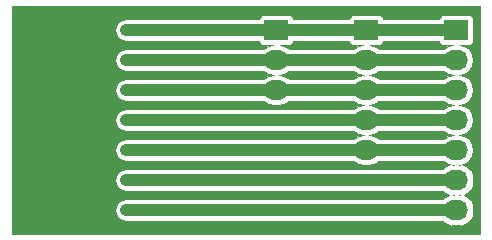
<source format=gbr>
G04 #@! TF.FileFunction,Copper,L2,Bot,Signal*
%FSLAX46Y46*%
G04 Gerber Fmt 4.6, Leading zero omitted, Abs format (unit mm)*
G04 Created by KiCad (PCBNEW 4.0.3-stable) date 08/22/16 14:00:10*
%MOMM*%
%LPD*%
G01*
G04 APERTURE LIST*
%ADD10C,0.100000*%
%ADD11R,2.032000X1.727200*%
%ADD12O,2.032000X1.727200*%
%ADD13C,1.000000*%
%ADD14C,0.026000*%
G04 APERTURE END LIST*
D10*
D11*
X139700000Y-83820000D03*
D12*
X139700000Y-86360000D03*
X139700000Y-88900000D03*
D11*
X147320000Y-83820000D03*
D12*
X147320000Y-86360000D03*
X147320000Y-88900000D03*
X147320000Y-91440000D03*
X147320000Y-93980000D03*
D11*
X154940000Y-83820000D03*
D12*
X154940000Y-86360000D03*
X154940000Y-88900000D03*
X154940000Y-91440000D03*
X154940000Y-93980000D03*
X154940000Y-96520000D03*
X154940000Y-99060000D03*
D13*
X154940000Y-96520000D02*
X127000000Y-96520000D01*
X154940000Y-99060000D02*
X127000000Y-99060000D01*
X139700000Y-83820000D02*
X127000000Y-83820000D01*
X147320000Y-83820000D02*
X139700000Y-83820000D01*
X154940000Y-83820000D02*
X147320000Y-83820000D01*
X139700000Y-86360000D02*
X127000000Y-86360000D01*
X147320000Y-86360000D02*
X154940000Y-86360000D01*
X139700000Y-86360000D02*
X147320000Y-86360000D01*
X139700000Y-88900000D02*
X127000000Y-88900000D01*
X147320000Y-88900000D02*
X139700000Y-88900000D01*
X154940000Y-88900000D02*
X147320000Y-88900000D01*
X147320000Y-91440000D02*
X127000000Y-91440000D01*
X147320000Y-91440000D02*
X154940000Y-91440000D01*
X147320000Y-93980000D02*
X127000000Y-93980000D01*
X154940000Y-93980000D02*
X147320000Y-93980000D01*
D14*
G36*
X156992000Y-101112000D02*
X117328000Y-101112000D01*
X117328000Y-83820000D01*
X126087000Y-83820000D01*
X126156498Y-84169390D01*
X126354412Y-84465588D01*
X126650610Y-84663502D01*
X127000000Y-84733000D01*
X138272204Y-84733000D01*
X138291707Y-84836649D01*
X138382159Y-84977214D01*
X138520172Y-85071515D01*
X138684000Y-85104691D01*
X139412566Y-85104691D01*
X139031070Y-85180575D01*
X138632337Y-85447000D01*
X127000000Y-85447000D01*
X126650610Y-85516498D01*
X126354412Y-85714412D01*
X126156498Y-86010610D01*
X126087000Y-86360000D01*
X126156498Y-86709390D01*
X126354412Y-87005588D01*
X126650610Y-87203502D01*
X127000000Y-87273000D01*
X138632337Y-87273000D01*
X139031070Y-87539425D01*
X139486423Y-87630000D01*
X139031070Y-87720575D01*
X138632337Y-87987000D01*
X127000000Y-87987000D01*
X126650610Y-88056498D01*
X126354412Y-88254412D01*
X126156498Y-88550610D01*
X126087000Y-88900000D01*
X126156498Y-89249390D01*
X126354412Y-89545588D01*
X126650610Y-89743502D01*
X127000000Y-89813000D01*
X138632337Y-89813000D01*
X139031070Y-90079425D01*
X139519604Y-90176600D01*
X139880396Y-90176600D01*
X140368930Y-90079425D01*
X140767663Y-89813000D01*
X146252337Y-89813000D01*
X146651070Y-90079425D01*
X147106423Y-90170000D01*
X146651070Y-90260575D01*
X146252337Y-90527000D01*
X127000000Y-90527000D01*
X126650610Y-90596498D01*
X126354412Y-90794412D01*
X126156498Y-91090610D01*
X126087000Y-91440000D01*
X126156498Y-91789390D01*
X126354412Y-92085588D01*
X126650610Y-92283502D01*
X127000000Y-92353000D01*
X146252337Y-92353000D01*
X146651070Y-92619425D01*
X147106423Y-92710000D01*
X146651070Y-92800575D01*
X146252337Y-93067000D01*
X127000000Y-93067000D01*
X126650610Y-93136498D01*
X126354412Y-93334412D01*
X126156498Y-93630610D01*
X126087000Y-93980000D01*
X126156498Y-94329390D01*
X126354412Y-94625588D01*
X126650610Y-94823502D01*
X127000000Y-94893000D01*
X146252337Y-94893000D01*
X146651070Y-95159425D01*
X147139604Y-95256600D01*
X147500396Y-95256600D01*
X147988930Y-95159425D01*
X148387663Y-94893000D01*
X153872337Y-94893000D01*
X154271070Y-95159425D01*
X154441164Y-95193259D01*
X153992641Y-95392315D01*
X153788427Y-95607000D01*
X127000000Y-95607000D01*
X126650610Y-95676498D01*
X126354412Y-95874412D01*
X126156498Y-96170610D01*
X126087000Y-96520000D01*
X126156498Y-96869390D01*
X126354412Y-97165588D01*
X126650610Y-97363502D01*
X127000000Y-97433000D01*
X153788427Y-97433000D01*
X153992641Y-97647685D01*
X154313311Y-97790000D01*
X153992641Y-97932315D01*
X153788427Y-98147000D01*
X127000000Y-98147000D01*
X126650610Y-98216498D01*
X126354412Y-98414412D01*
X126156498Y-98710610D01*
X126087000Y-99060000D01*
X126156498Y-99409390D01*
X126354412Y-99705588D01*
X126650610Y-99903502D01*
X127000000Y-99973000D01*
X153788427Y-99973000D01*
X153992641Y-100187685D01*
X154484700Y-100406063D01*
X154671968Y-100319168D01*
X154759604Y-100336600D01*
X155120396Y-100336600D01*
X155208032Y-100319168D01*
X155395300Y-100406063D01*
X155887359Y-100187685D01*
X156258393Y-99797627D01*
X156401378Y-99511326D01*
X156340094Y-99346069D01*
X156396996Y-99060000D01*
X156340094Y-98773931D01*
X156401378Y-98608674D01*
X156258393Y-98322373D01*
X155887359Y-97932315D01*
X155566689Y-97790000D01*
X155887359Y-97647685D01*
X156258393Y-97257627D01*
X156401378Y-96971326D01*
X156340094Y-96806069D01*
X156396996Y-96520000D01*
X156340094Y-96233931D01*
X156401378Y-96068674D01*
X156258393Y-95782373D01*
X155887359Y-95392315D01*
X155438836Y-95193259D01*
X155608930Y-95159425D01*
X156023089Y-94882693D01*
X156299821Y-94468534D01*
X156396996Y-93980000D01*
X156299821Y-93491466D01*
X156023089Y-93077307D01*
X155608930Y-92800575D01*
X155153577Y-92710000D01*
X155608930Y-92619425D01*
X156023089Y-92342693D01*
X156299821Y-91928534D01*
X156396996Y-91440000D01*
X156299821Y-90951466D01*
X156023089Y-90537307D01*
X155608930Y-90260575D01*
X155153577Y-90170000D01*
X155608930Y-90079425D01*
X156023089Y-89802693D01*
X156299821Y-89388534D01*
X156396996Y-88900000D01*
X156299821Y-88411466D01*
X156023089Y-87997307D01*
X155608930Y-87720575D01*
X155153577Y-87630000D01*
X155608930Y-87539425D01*
X156023089Y-87262693D01*
X156299821Y-86848534D01*
X156396996Y-86360000D01*
X156299821Y-85871466D01*
X156023089Y-85457307D01*
X155608930Y-85180575D01*
X155227434Y-85104691D01*
X155956000Y-85104691D01*
X156109049Y-85075893D01*
X156249614Y-84985441D01*
X156343915Y-84847428D01*
X156377091Y-84683600D01*
X156377091Y-82956400D01*
X156348293Y-82803351D01*
X156257841Y-82662786D01*
X156119828Y-82568485D01*
X155956000Y-82535309D01*
X153924000Y-82535309D01*
X153770951Y-82564107D01*
X153630386Y-82654559D01*
X153536085Y-82792572D01*
X153512913Y-82907000D01*
X148747796Y-82907000D01*
X148728293Y-82803351D01*
X148637841Y-82662786D01*
X148499828Y-82568485D01*
X148336000Y-82535309D01*
X146304000Y-82535309D01*
X146150951Y-82564107D01*
X146010386Y-82654559D01*
X145916085Y-82792572D01*
X145892913Y-82907000D01*
X141127796Y-82907000D01*
X141108293Y-82803351D01*
X141017841Y-82662786D01*
X140879828Y-82568485D01*
X140716000Y-82535309D01*
X138684000Y-82535309D01*
X138530951Y-82564107D01*
X138390386Y-82654559D01*
X138296085Y-82792572D01*
X138272913Y-82907000D01*
X127000000Y-82907000D01*
X126650610Y-82976498D01*
X126354412Y-83174412D01*
X126156498Y-83470610D01*
X126087000Y-83820000D01*
X117328000Y-83820000D01*
X117328000Y-81768000D01*
X156992000Y-81768000D01*
X156992000Y-101112000D01*
X156992000Y-101112000D01*
G37*
X156992000Y-101112000D02*
X117328000Y-101112000D01*
X117328000Y-83820000D01*
X126087000Y-83820000D01*
X126156498Y-84169390D01*
X126354412Y-84465588D01*
X126650610Y-84663502D01*
X127000000Y-84733000D01*
X138272204Y-84733000D01*
X138291707Y-84836649D01*
X138382159Y-84977214D01*
X138520172Y-85071515D01*
X138684000Y-85104691D01*
X139412566Y-85104691D01*
X139031070Y-85180575D01*
X138632337Y-85447000D01*
X127000000Y-85447000D01*
X126650610Y-85516498D01*
X126354412Y-85714412D01*
X126156498Y-86010610D01*
X126087000Y-86360000D01*
X126156498Y-86709390D01*
X126354412Y-87005588D01*
X126650610Y-87203502D01*
X127000000Y-87273000D01*
X138632337Y-87273000D01*
X139031070Y-87539425D01*
X139486423Y-87630000D01*
X139031070Y-87720575D01*
X138632337Y-87987000D01*
X127000000Y-87987000D01*
X126650610Y-88056498D01*
X126354412Y-88254412D01*
X126156498Y-88550610D01*
X126087000Y-88900000D01*
X126156498Y-89249390D01*
X126354412Y-89545588D01*
X126650610Y-89743502D01*
X127000000Y-89813000D01*
X138632337Y-89813000D01*
X139031070Y-90079425D01*
X139519604Y-90176600D01*
X139880396Y-90176600D01*
X140368930Y-90079425D01*
X140767663Y-89813000D01*
X146252337Y-89813000D01*
X146651070Y-90079425D01*
X147106423Y-90170000D01*
X146651070Y-90260575D01*
X146252337Y-90527000D01*
X127000000Y-90527000D01*
X126650610Y-90596498D01*
X126354412Y-90794412D01*
X126156498Y-91090610D01*
X126087000Y-91440000D01*
X126156498Y-91789390D01*
X126354412Y-92085588D01*
X126650610Y-92283502D01*
X127000000Y-92353000D01*
X146252337Y-92353000D01*
X146651070Y-92619425D01*
X147106423Y-92710000D01*
X146651070Y-92800575D01*
X146252337Y-93067000D01*
X127000000Y-93067000D01*
X126650610Y-93136498D01*
X126354412Y-93334412D01*
X126156498Y-93630610D01*
X126087000Y-93980000D01*
X126156498Y-94329390D01*
X126354412Y-94625588D01*
X126650610Y-94823502D01*
X127000000Y-94893000D01*
X146252337Y-94893000D01*
X146651070Y-95159425D01*
X147139604Y-95256600D01*
X147500396Y-95256600D01*
X147988930Y-95159425D01*
X148387663Y-94893000D01*
X153872337Y-94893000D01*
X154271070Y-95159425D01*
X154441164Y-95193259D01*
X153992641Y-95392315D01*
X153788427Y-95607000D01*
X127000000Y-95607000D01*
X126650610Y-95676498D01*
X126354412Y-95874412D01*
X126156498Y-96170610D01*
X126087000Y-96520000D01*
X126156498Y-96869390D01*
X126354412Y-97165588D01*
X126650610Y-97363502D01*
X127000000Y-97433000D01*
X153788427Y-97433000D01*
X153992641Y-97647685D01*
X154313311Y-97790000D01*
X153992641Y-97932315D01*
X153788427Y-98147000D01*
X127000000Y-98147000D01*
X126650610Y-98216498D01*
X126354412Y-98414412D01*
X126156498Y-98710610D01*
X126087000Y-99060000D01*
X126156498Y-99409390D01*
X126354412Y-99705588D01*
X126650610Y-99903502D01*
X127000000Y-99973000D01*
X153788427Y-99973000D01*
X153992641Y-100187685D01*
X154484700Y-100406063D01*
X154671968Y-100319168D01*
X154759604Y-100336600D01*
X155120396Y-100336600D01*
X155208032Y-100319168D01*
X155395300Y-100406063D01*
X155887359Y-100187685D01*
X156258393Y-99797627D01*
X156401378Y-99511326D01*
X156340094Y-99346069D01*
X156396996Y-99060000D01*
X156340094Y-98773931D01*
X156401378Y-98608674D01*
X156258393Y-98322373D01*
X155887359Y-97932315D01*
X155566689Y-97790000D01*
X155887359Y-97647685D01*
X156258393Y-97257627D01*
X156401378Y-96971326D01*
X156340094Y-96806069D01*
X156396996Y-96520000D01*
X156340094Y-96233931D01*
X156401378Y-96068674D01*
X156258393Y-95782373D01*
X155887359Y-95392315D01*
X155438836Y-95193259D01*
X155608930Y-95159425D01*
X156023089Y-94882693D01*
X156299821Y-94468534D01*
X156396996Y-93980000D01*
X156299821Y-93491466D01*
X156023089Y-93077307D01*
X155608930Y-92800575D01*
X155153577Y-92710000D01*
X155608930Y-92619425D01*
X156023089Y-92342693D01*
X156299821Y-91928534D01*
X156396996Y-91440000D01*
X156299821Y-90951466D01*
X156023089Y-90537307D01*
X155608930Y-90260575D01*
X155153577Y-90170000D01*
X155608930Y-90079425D01*
X156023089Y-89802693D01*
X156299821Y-89388534D01*
X156396996Y-88900000D01*
X156299821Y-88411466D01*
X156023089Y-87997307D01*
X155608930Y-87720575D01*
X155153577Y-87630000D01*
X155608930Y-87539425D01*
X156023089Y-87262693D01*
X156299821Y-86848534D01*
X156396996Y-86360000D01*
X156299821Y-85871466D01*
X156023089Y-85457307D01*
X155608930Y-85180575D01*
X155227434Y-85104691D01*
X155956000Y-85104691D01*
X156109049Y-85075893D01*
X156249614Y-84985441D01*
X156343915Y-84847428D01*
X156377091Y-84683600D01*
X156377091Y-82956400D01*
X156348293Y-82803351D01*
X156257841Y-82662786D01*
X156119828Y-82568485D01*
X155956000Y-82535309D01*
X153924000Y-82535309D01*
X153770951Y-82564107D01*
X153630386Y-82654559D01*
X153536085Y-82792572D01*
X153512913Y-82907000D01*
X148747796Y-82907000D01*
X148728293Y-82803351D01*
X148637841Y-82662786D01*
X148499828Y-82568485D01*
X148336000Y-82535309D01*
X146304000Y-82535309D01*
X146150951Y-82564107D01*
X146010386Y-82654559D01*
X145916085Y-82792572D01*
X145892913Y-82907000D01*
X141127796Y-82907000D01*
X141108293Y-82803351D01*
X141017841Y-82662786D01*
X140879828Y-82568485D01*
X140716000Y-82535309D01*
X138684000Y-82535309D01*
X138530951Y-82564107D01*
X138390386Y-82654559D01*
X138296085Y-82792572D01*
X138272913Y-82907000D01*
X127000000Y-82907000D01*
X126650610Y-82976498D01*
X126354412Y-83174412D01*
X126156498Y-83470610D01*
X126087000Y-83820000D01*
X117328000Y-83820000D01*
X117328000Y-81768000D01*
X156992000Y-81768000D01*
X156992000Y-101112000D01*
G36*
X154726423Y-97790000D02*
X154671968Y-97800832D01*
X154648624Y-97790000D01*
X154671968Y-97779168D01*
X154726423Y-97790000D01*
X154726423Y-97790000D01*
G37*
X154726423Y-97790000D02*
X154671968Y-97800832D01*
X154648624Y-97790000D01*
X154671968Y-97779168D01*
X154726423Y-97790000D01*
G36*
X155231376Y-97790000D02*
X155208032Y-97800832D01*
X155153577Y-97790000D01*
X155208032Y-97779168D01*
X155231376Y-97790000D01*
X155231376Y-97790000D01*
G37*
X155231376Y-97790000D02*
X155208032Y-97800832D01*
X155153577Y-97790000D01*
X155208032Y-97779168D01*
X155231376Y-97790000D01*
G36*
X154726423Y-95250000D02*
X154671968Y-95260832D01*
X154590250Y-95222914D01*
X154726423Y-95250000D01*
X154726423Y-95250000D01*
G37*
X154726423Y-95250000D02*
X154671968Y-95260832D01*
X154590250Y-95222914D01*
X154726423Y-95250000D01*
G36*
X155208032Y-95260832D02*
X155153577Y-95250000D01*
X155289750Y-95222914D01*
X155208032Y-95260832D01*
X155208032Y-95260832D01*
G37*
X155208032Y-95260832D02*
X155153577Y-95250000D01*
X155289750Y-95222914D01*
X155208032Y-95260832D01*
G36*
X154271070Y-92619425D02*
X154726423Y-92710000D01*
X154271070Y-92800575D01*
X153872337Y-93067000D01*
X148387663Y-93067000D01*
X147988930Y-92800575D01*
X147533577Y-92710000D01*
X147988930Y-92619425D01*
X148387663Y-92353000D01*
X153872337Y-92353000D01*
X154271070Y-92619425D01*
X154271070Y-92619425D01*
G37*
X154271070Y-92619425D02*
X154726423Y-92710000D01*
X154271070Y-92800575D01*
X153872337Y-93067000D01*
X148387663Y-93067000D01*
X147988930Y-92800575D01*
X147533577Y-92710000D01*
X147988930Y-92619425D01*
X148387663Y-92353000D01*
X153872337Y-92353000D01*
X154271070Y-92619425D01*
G36*
X154271070Y-90079425D02*
X154726423Y-90170000D01*
X154271070Y-90260575D01*
X153872337Y-90527000D01*
X148387663Y-90527000D01*
X147988930Y-90260575D01*
X147533577Y-90170000D01*
X147988930Y-90079425D01*
X148387663Y-89813000D01*
X153872337Y-89813000D01*
X154271070Y-90079425D01*
X154271070Y-90079425D01*
G37*
X154271070Y-90079425D02*
X154726423Y-90170000D01*
X154271070Y-90260575D01*
X153872337Y-90527000D01*
X148387663Y-90527000D01*
X147988930Y-90260575D01*
X147533577Y-90170000D01*
X147988930Y-90079425D01*
X148387663Y-89813000D01*
X153872337Y-89813000D01*
X154271070Y-90079425D01*
G36*
X154271070Y-87539425D02*
X154726423Y-87630000D01*
X154271070Y-87720575D01*
X153872337Y-87987000D01*
X148387663Y-87987000D01*
X147988930Y-87720575D01*
X147533577Y-87630000D01*
X147988930Y-87539425D01*
X148387663Y-87273000D01*
X153872337Y-87273000D01*
X154271070Y-87539425D01*
X154271070Y-87539425D01*
G37*
X154271070Y-87539425D02*
X154726423Y-87630000D01*
X154271070Y-87720575D01*
X153872337Y-87987000D01*
X148387663Y-87987000D01*
X147988930Y-87720575D01*
X147533577Y-87630000D01*
X147988930Y-87539425D01*
X148387663Y-87273000D01*
X153872337Y-87273000D01*
X154271070Y-87539425D01*
G36*
X146651070Y-87539425D02*
X147106423Y-87630000D01*
X146651070Y-87720575D01*
X146252337Y-87987000D01*
X140767663Y-87987000D01*
X140368930Y-87720575D01*
X139913577Y-87630000D01*
X140368930Y-87539425D01*
X140767663Y-87273000D01*
X146252337Y-87273000D01*
X146651070Y-87539425D01*
X146651070Y-87539425D01*
G37*
X146651070Y-87539425D02*
X147106423Y-87630000D01*
X146651070Y-87720575D01*
X146252337Y-87987000D01*
X140767663Y-87987000D01*
X140368930Y-87720575D01*
X139913577Y-87630000D01*
X140368930Y-87539425D01*
X140767663Y-87273000D01*
X146252337Y-87273000D01*
X146651070Y-87539425D01*
G36*
X153531707Y-84836649D02*
X153622159Y-84977214D01*
X153760172Y-85071515D01*
X153924000Y-85104691D01*
X154652566Y-85104691D01*
X154271070Y-85180575D01*
X153872337Y-85447000D01*
X148387663Y-85447000D01*
X147988930Y-85180575D01*
X147607434Y-85104691D01*
X148336000Y-85104691D01*
X148489049Y-85075893D01*
X148629614Y-84985441D01*
X148723915Y-84847428D01*
X148747087Y-84733000D01*
X153512204Y-84733000D01*
X153531707Y-84836649D01*
X153531707Y-84836649D01*
G37*
X153531707Y-84836649D02*
X153622159Y-84977214D01*
X153760172Y-85071515D01*
X153924000Y-85104691D01*
X154652566Y-85104691D01*
X154271070Y-85180575D01*
X153872337Y-85447000D01*
X148387663Y-85447000D01*
X147988930Y-85180575D01*
X147607434Y-85104691D01*
X148336000Y-85104691D01*
X148489049Y-85075893D01*
X148629614Y-84985441D01*
X148723915Y-84847428D01*
X148747087Y-84733000D01*
X153512204Y-84733000D01*
X153531707Y-84836649D01*
G36*
X145911707Y-84836649D02*
X146002159Y-84977214D01*
X146140172Y-85071515D01*
X146304000Y-85104691D01*
X147032566Y-85104691D01*
X146651070Y-85180575D01*
X146252337Y-85447000D01*
X140767663Y-85447000D01*
X140368930Y-85180575D01*
X139987434Y-85104691D01*
X140716000Y-85104691D01*
X140869049Y-85075893D01*
X141009614Y-84985441D01*
X141103915Y-84847428D01*
X141127087Y-84733000D01*
X145892204Y-84733000D01*
X145911707Y-84836649D01*
X145911707Y-84836649D01*
G37*
X145911707Y-84836649D02*
X146002159Y-84977214D01*
X146140172Y-85071515D01*
X146304000Y-85104691D01*
X147032566Y-85104691D01*
X146651070Y-85180575D01*
X146252337Y-85447000D01*
X140767663Y-85447000D01*
X140368930Y-85180575D01*
X139987434Y-85104691D01*
X140716000Y-85104691D01*
X140869049Y-85075893D01*
X141009614Y-84985441D01*
X141103915Y-84847428D01*
X141127087Y-84733000D01*
X145892204Y-84733000D01*
X145911707Y-84836649D01*
M02*

</source>
